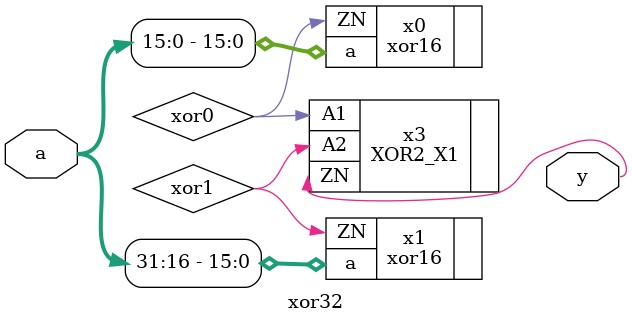
<source format=v>

`ifndef XOR32_V
`define XOR32_V
`include "freepdk-45nm/stdcells.v"
`include "misc/xor/xor16.v"

module xor32 (
    input wire [31:0] a,
    output wire y
);
    wire xor0;
    wire xor1;

    xor16 x0(.a(a[0:15]), .ZN(xor0));
    xor16 x1(.a(a[16:31]), .ZN(xor1));

    XOR2_X1 x3(.A1(xor0), .A2(xor1), .ZN(y));

endmodule

`endif

</source>
